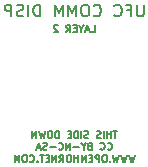
<source format=gbr>
G04 #@! TF.GenerationSoftware,KiCad,Pcbnew,(5.1.4)-1*
G04 #@! TF.CreationDate,2020-11-25T15:12:57-08:00*
G04 #@! TF.ProjectId,ufc_v4_comm_layer2,7566635f-7634-45f6-936f-6d6d5f6c6179,rev?*
G04 #@! TF.SameCoordinates,Original*
G04 #@! TF.FileFunction,Legend,Bot*
G04 #@! TF.FilePolarity,Positive*
%FSLAX46Y46*%
G04 Gerber Fmt 4.6, Leading zero omitted, Abs format (unit mm)*
G04 Created by KiCad (PCBNEW (5.1.4)-1) date 2020-11-25 15:12:57*
%MOMM*%
%LPD*%
G04 APERTURE LIST*
%ADD10C,0.150000*%
%ADD11C,0.200000*%
G04 APERTURE END LIST*
D10*
X210587857Y-63361428D02*
X210245000Y-63361428D01*
X210416428Y-63961428D02*
X210416428Y-63361428D01*
X210045000Y-63961428D02*
X210045000Y-63361428D01*
X210045000Y-63647142D02*
X209702142Y-63647142D01*
X209702142Y-63961428D02*
X209702142Y-63361428D01*
X209416428Y-63961428D02*
X209416428Y-63361428D01*
X209159285Y-63932857D02*
X209073571Y-63961428D01*
X208930714Y-63961428D01*
X208873571Y-63932857D01*
X208845000Y-63904285D01*
X208816428Y-63847142D01*
X208816428Y-63790000D01*
X208845000Y-63732857D01*
X208873571Y-63704285D01*
X208930714Y-63675714D01*
X209045000Y-63647142D01*
X209102142Y-63618571D01*
X209130714Y-63590000D01*
X209159285Y-63532857D01*
X209159285Y-63475714D01*
X209130714Y-63418571D01*
X209102142Y-63390000D01*
X209045000Y-63361428D01*
X208902142Y-63361428D01*
X208816428Y-63390000D01*
X208130714Y-63932857D02*
X208045000Y-63961428D01*
X207902142Y-63961428D01*
X207845000Y-63932857D01*
X207816428Y-63904285D01*
X207787857Y-63847142D01*
X207787857Y-63790000D01*
X207816428Y-63732857D01*
X207845000Y-63704285D01*
X207902142Y-63675714D01*
X208016428Y-63647142D01*
X208073571Y-63618571D01*
X208102142Y-63590000D01*
X208130714Y-63532857D01*
X208130714Y-63475714D01*
X208102142Y-63418571D01*
X208073571Y-63390000D01*
X208016428Y-63361428D01*
X207873571Y-63361428D01*
X207787857Y-63390000D01*
X207530714Y-63961428D02*
X207530714Y-63361428D01*
X207245000Y-63961428D02*
X207245000Y-63361428D01*
X207102142Y-63361428D01*
X207016428Y-63390000D01*
X206959285Y-63447142D01*
X206930714Y-63504285D01*
X206902142Y-63618571D01*
X206902142Y-63704285D01*
X206930714Y-63818571D01*
X206959285Y-63875714D01*
X207016428Y-63932857D01*
X207102142Y-63961428D01*
X207245000Y-63961428D01*
X206645000Y-63647142D02*
X206445000Y-63647142D01*
X206359285Y-63961428D02*
X206645000Y-63961428D01*
X206645000Y-63361428D01*
X206359285Y-63361428D01*
X205645000Y-63961428D02*
X205645000Y-63361428D01*
X205502142Y-63361428D01*
X205416428Y-63390000D01*
X205359285Y-63447142D01*
X205330714Y-63504285D01*
X205302142Y-63618571D01*
X205302142Y-63704285D01*
X205330714Y-63818571D01*
X205359285Y-63875714D01*
X205416428Y-63932857D01*
X205502142Y-63961428D01*
X205645000Y-63961428D01*
X204930714Y-63361428D02*
X204816428Y-63361428D01*
X204759285Y-63390000D01*
X204702142Y-63447142D01*
X204673571Y-63561428D01*
X204673571Y-63761428D01*
X204702142Y-63875714D01*
X204759285Y-63932857D01*
X204816428Y-63961428D01*
X204930714Y-63961428D01*
X204987857Y-63932857D01*
X205045000Y-63875714D01*
X205073571Y-63761428D01*
X205073571Y-63561428D01*
X205045000Y-63447142D01*
X204987857Y-63390000D01*
X204930714Y-63361428D01*
X204473571Y-63361428D02*
X204330714Y-63961428D01*
X204216428Y-63532857D01*
X204102142Y-63961428D01*
X203959285Y-63361428D01*
X203730714Y-63961428D02*
X203730714Y-63361428D01*
X203387857Y-63961428D01*
X203387857Y-63361428D01*
X208359285Y-54961428D02*
X208645000Y-54961428D01*
X208645000Y-54361428D01*
X208187857Y-54790000D02*
X207902142Y-54790000D01*
X208245000Y-54961428D02*
X208045000Y-54361428D01*
X207845000Y-54961428D01*
X207530714Y-54675714D02*
X207530714Y-54961428D01*
X207730714Y-54361428D02*
X207530714Y-54675714D01*
X207330714Y-54361428D01*
X207130714Y-54647142D02*
X206930714Y-54647142D01*
X206845000Y-54961428D02*
X207130714Y-54961428D01*
X207130714Y-54361428D01*
X206845000Y-54361428D01*
X206245000Y-54961428D02*
X206445000Y-54675714D01*
X206587857Y-54961428D02*
X206587857Y-54361428D01*
X206359285Y-54361428D01*
X206302142Y-54390000D01*
X206273571Y-54418571D01*
X206245000Y-54475714D01*
X206245000Y-54561428D01*
X206273571Y-54618571D01*
X206302142Y-54647142D01*
X206359285Y-54675714D01*
X206587857Y-54675714D01*
X205559285Y-54418571D02*
X205530714Y-54390000D01*
X205473571Y-54361428D01*
X205330714Y-54361428D01*
X205273571Y-54390000D01*
X205245000Y-54418571D01*
X205216428Y-54475714D01*
X205216428Y-54532857D01*
X205245000Y-54618571D01*
X205587857Y-54961428D01*
X205216428Y-54961428D01*
D11*
X212802142Y-52642380D02*
X212802142Y-53451904D01*
X212754523Y-53547142D01*
X212706904Y-53594761D01*
X212611666Y-53642380D01*
X212421190Y-53642380D01*
X212325952Y-53594761D01*
X212278333Y-53547142D01*
X212230714Y-53451904D01*
X212230714Y-52642380D01*
X211421190Y-53118571D02*
X211754523Y-53118571D01*
X211754523Y-53642380D02*
X211754523Y-52642380D01*
X211278333Y-52642380D01*
X210325952Y-53547142D02*
X210373571Y-53594761D01*
X210516428Y-53642380D01*
X210611666Y-53642380D01*
X210754523Y-53594761D01*
X210849761Y-53499523D01*
X210897380Y-53404285D01*
X210945000Y-53213809D01*
X210945000Y-53070952D01*
X210897380Y-52880476D01*
X210849761Y-52785238D01*
X210754523Y-52690000D01*
X210611666Y-52642380D01*
X210516428Y-52642380D01*
X210373571Y-52690000D01*
X210325952Y-52737619D01*
X208564047Y-53547142D02*
X208611666Y-53594761D01*
X208754523Y-53642380D01*
X208849761Y-53642380D01*
X208992619Y-53594761D01*
X209087857Y-53499523D01*
X209135476Y-53404285D01*
X209183095Y-53213809D01*
X209183095Y-53070952D01*
X209135476Y-52880476D01*
X209087857Y-52785238D01*
X208992619Y-52690000D01*
X208849761Y-52642380D01*
X208754523Y-52642380D01*
X208611666Y-52690000D01*
X208564047Y-52737619D01*
X207945000Y-52642380D02*
X207754523Y-52642380D01*
X207659285Y-52690000D01*
X207564047Y-52785238D01*
X207516428Y-52975714D01*
X207516428Y-53309047D01*
X207564047Y-53499523D01*
X207659285Y-53594761D01*
X207754523Y-53642380D01*
X207945000Y-53642380D01*
X208040238Y-53594761D01*
X208135476Y-53499523D01*
X208183095Y-53309047D01*
X208183095Y-52975714D01*
X208135476Y-52785238D01*
X208040238Y-52690000D01*
X207945000Y-52642380D01*
X207087857Y-53642380D02*
X207087857Y-52642380D01*
X206754523Y-53356666D01*
X206421190Y-52642380D01*
X206421190Y-53642380D01*
X205945000Y-53642380D02*
X205945000Y-52642380D01*
X205611666Y-53356666D01*
X205278333Y-52642380D01*
X205278333Y-53642380D01*
X204040238Y-53642380D02*
X204040238Y-52642380D01*
X203802142Y-52642380D01*
X203659285Y-52690000D01*
X203564047Y-52785238D01*
X203516428Y-52880476D01*
X203468809Y-53070952D01*
X203468809Y-53213809D01*
X203516428Y-53404285D01*
X203564047Y-53499523D01*
X203659285Y-53594761D01*
X203802142Y-53642380D01*
X204040238Y-53642380D01*
X203040238Y-53642380D02*
X203040238Y-52642380D01*
X202611666Y-53594761D02*
X202468809Y-53642380D01*
X202230714Y-53642380D01*
X202135476Y-53594761D01*
X202087857Y-53547142D01*
X202040238Y-53451904D01*
X202040238Y-53356666D01*
X202087857Y-53261428D01*
X202135476Y-53213809D01*
X202230714Y-53166190D01*
X202421190Y-53118571D01*
X202516428Y-53070952D01*
X202564047Y-53023333D01*
X202611666Y-52928095D01*
X202611666Y-52832857D01*
X202564047Y-52737619D01*
X202516428Y-52690000D01*
X202421190Y-52642380D01*
X202183095Y-52642380D01*
X202040238Y-52690000D01*
X201611666Y-53642380D02*
X201611666Y-52642380D01*
X201230714Y-52642380D01*
X201135476Y-52690000D01*
X201087857Y-52737619D01*
X201040238Y-52832857D01*
X201040238Y-52975714D01*
X201087857Y-53070952D01*
X201135476Y-53118571D01*
X201230714Y-53166190D01*
X201611666Y-53166190D01*
D10*
X209745000Y-64879285D02*
X209773571Y-64907857D01*
X209859285Y-64936428D01*
X209916428Y-64936428D01*
X210002142Y-64907857D01*
X210059285Y-64850714D01*
X210087857Y-64793571D01*
X210116428Y-64679285D01*
X210116428Y-64593571D01*
X210087857Y-64479285D01*
X210059285Y-64422142D01*
X210002142Y-64365000D01*
X209916428Y-64336428D01*
X209859285Y-64336428D01*
X209773571Y-64365000D01*
X209745000Y-64393571D01*
X209145000Y-64879285D02*
X209173571Y-64907857D01*
X209259285Y-64936428D01*
X209316428Y-64936428D01*
X209402142Y-64907857D01*
X209459285Y-64850714D01*
X209487857Y-64793571D01*
X209516428Y-64679285D01*
X209516428Y-64593571D01*
X209487857Y-64479285D01*
X209459285Y-64422142D01*
X209402142Y-64365000D01*
X209316428Y-64336428D01*
X209259285Y-64336428D01*
X209173571Y-64365000D01*
X209145000Y-64393571D01*
X208230714Y-64622142D02*
X208145000Y-64650714D01*
X208116428Y-64679285D01*
X208087857Y-64736428D01*
X208087857Y-64822142D01*
X208116428Y-64879285D01*
X208145000Y-64907857D01*
X208202142Y-64936428D01*
X208430714Y-64936428D01*
X208430714Y-64336428D01*
X208230714Y-64336428D01*
X208173571Y-64365000D01*
X208145000Y-64393571D01*
X208116428Y-64450714D01*
X208116428Y-64507857D01*
X208145000Y-64565000D01*
X208173571Y-64593571D01*
X208230714Y-64622142D01*
X208430714Y-64622142D01*
X207716428Y-64650714D02*
X207716428Y-64936428D01*
X207916428Y-64336428D02*
X207716428Y-64650714D01*
X207516428Y-64336428D01*
X207316428Y-64707857D02*
X206859285Y-64707857D01*
X206573571Y-64936428D02*
X206573571Y-64336428D01*
X206230714Y-64936428D01*
X206230714Y-64336428D01*
X205602142Y-64879285D02*
X205630714Y-64907857D01*
X205716428Y-64936428D01*
X205773571Y-64936428D01*
X205859285Y-64907857D01*
X205916428Y-64850714D01*
X205945000Y-64793571D01*
X205973571Y-64679285D01*
X205973571Y-64593571D01*
X205945000Y-64479285D01*
X205916428Y-64422142D01*
X205859285Y-64365000D01*
X205773571Y-64336428D01*
X205716428Y-64336428D01*
X205630714Y-64365000D01*
X205602142Y-64393571D01*
X205345000Y-64707857D02*
X204887857Y-64707857D01*
X204630714Y-64907857D02*
X204545000Y-64936428D01*
X204402142Y-64936428D01*
X204345000Y-64907857D01*
X204316428Y-64879285D01*
X204287857Y-64822142D01*
X204287857Y-64765000D01*
X204316428Y-64707857D01*
X204345000Y-64679285D01*
X204402142Y-64650714D01*
X204516428Y-64622142D01*
X204573571Y-64593571D01*
X204602142Y-64565000D01*
X204630714Y-64507857D01*
X204630714Y-64450714D01*
X204602142Y-64393571D01*
X204573571Y-64365000D01*
X204516428Y-64336428D01*
X204373571Y-64336428D01*
X204287857Y-64365000D01*
X204059285Y-64765000D02*
X203773571Y-64765000D01*
X204116428Y-64936428D02*
X203916428Y-64336428D01*
X203716428Y-64936428D01*
X212073571Y-65386428D02*
X211930714Y-65986428D01*
X211816428Y-65557857D01*
X211702142Y-65986428D01*
X211559285Y-65386428D01*
X211387857Y-65386428D02*
X211245000Y-65986428D01*
X211130714Y-65557857D01*
X211016428Y-65986428D01*
X210873571Y-65386428D01*
X210702142Y-65386428D02*
X210559285Y-65986428D01*
X210445000Y-65557857D01*
X210330714Y-65986428D01*
X210187857Y-65386428D01*
X209959285Y-65929285D02*
X209930714Y-65957857D01*
X209959285Y-65986428D01*
X209987857Y-65957857D01*
X209959285Y-65929285D01*
X209959285Y-65986428D01*
X209559285Y-65386428D02*
X209445000Y-65386428D01*
X209387857Y-65415000D01*
X209330714Y-65472142D01*
X209302142Y-65586428D01*
X209302142Y-65786428D01*
X209330714Y-65900714D01*
X209387857Y-65957857D01*
X209445000Y-65986428D01*
X209559285Y-65986428D01*
X209616428Y-65957857D01*
X209673571Y-65900714D01*
X209702142Y-65786428D01*
X209702142Y-65586428D01*
X209673571Y-65472142D01*
X209616428Y-65415000D01*
X209559285Y-65386428D01*
X209045000Y-65986428D02*
X209045000Y-65386428D01*
X208816428Y-65386428D01*
X208759285Y-65415000D01*
X208730714Y-65443571D01*
X208702142Y-65500714D01*
X208702142Y-65586428D01*
X208730714Y-65643571D01*
X208759285Y-65672142D01*
X208816428Y-65700714D01*
X209045000Y-65700714D01*
X208445000Y-65672142D02*
X208245000Y-65672142D01*
X208159285Y-65986428D02*
X208445000Y-65986428D01*
X208445000Y-65386428D01*
X208159285Y-65386428D01*
X207902142Y-65986428D02*
X207902142Y-65386428D01*
X207559285Y-65986428D01*
X207559285Y-65386428D01*
X207273571Y-65986428D02*
X207273571Y-65386428D01*
X207273571Y-65672142D02*
X206930714Y-65672142D01*
X206930714Y-65986428D02*
X206930714Y-65386428D01*
X206530714Y-65386428D02*
X206416428Y-65386428D01*
X206359285Y-65415000D01*
X206302142Y-65472142D01*
X206273571Y-65586428D01*
X206273571Y-65786428D01*
X206302142Y-65900714D01*
X206359285Y-65957857D01*
X206416428Y-65986428D01*
X206530714Y-65986428D01*
X206587857Y-65957857D01*
X206645000Y-65900714D01*
X206673571Y-65786428D01*
X206673571Y-65586428D01*
X206645000Y-65472142D01*
X206587857Y-65415000D01*
X206530714Y-65386428D01*
X205673571Y-65986428D02*
X205873571Y-65700714D01*
X206016428Y-65986428D02*
X206016428Y-65386428D01*
X205787857Y-65386428D01*
X205730714Y-65415000D01*
X205702142Y-65443571D01*
X205673571Y-65500714D01*
X205673571Y-65586428D01*
X205702142Y-65643571D01*
X205730714Y-65672142D01*
X205787857Y-65700714D01*
X206016428Y-65700714D01*
X205416428Y-65986428D02*
X205416428Y-65386428D01*
X205073571Y-65986428D01*
X205073571Y-65386428D01*
X204787857Y-65672142D02*
X204587857Y-65672142D01*
X204502142Y-65986428D02*
X204787857Y-65986428D01*
X204787857Y-65386428D01*
X204502142Y-65386428D01*
X204330714Y-65386428D02*
X203987857Y-65386428D01*
X204159285Y-65986428D02*
X204159285Y-65386428D01*
X203787857Y-65929285D02*
X203759285Y-65957857D01*
X203787857Y-65986428D01*
X203816428Y-65957857D01*
X203787857Y-65929285D01*
X203787857Y-65986428D01*
X203159285Y-65929285D02*
X203187857Y-65957857D01*
X203273571Y-65986428D01*
X203330714Y-65986428D01*
X203416428Y-65957857D01*
X203473571Y-65900714D01*
X203502142Y-65843571D01*
X203530714Y-65729285D01*
X203530714Y-65643571D01*
X203502142Y-65529285D01*
X203473571Y-65472142D01*
X203416428Y-65415000D01*
X203330714Y-65386428D01*
X203273571Y-65386428D01*
X203187857Y-65415000D01*
X203159285Y-65443571D01*
X202787857Y-65386428D02*
X202673571Y-65386428D01*
X202616428Y-65415000D01*
X202559285Y-65472142D01*
X202530714Y-65586428D01*
X202530714Y-65786428D01*
X202559285Y-65900714D01*
X202616428Y-65957857D01*
X202673571Y-65986428D01*
X202787857Y-65986428D01*
X202845000Y-65957857D01*
X202902142Y-65900714D01*
X202930714Y-65786428D01*
X202930714Y-65586428D01*
X202902142Y-65472142D01*
X202845000Y-65415000D01*
X202787857Y-65386428D01*
X202273571Y-65986428D02*
X202273571Y-65386428D01*
X202073571Y-65815000D01*
X201873571Y-65386428D01*
X201873571Y-65986428D01*
M02*

</source>
